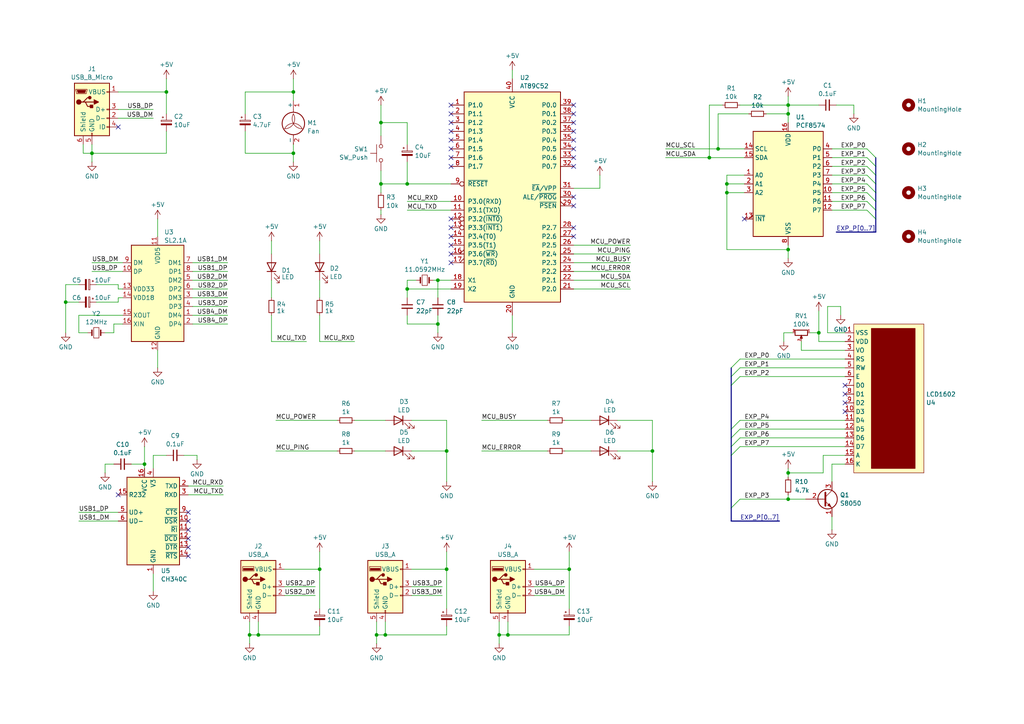
<source format=kicad_sch>
(kicad_sch (version 20231120) (generator "eeschema") (generator_version "8.0")
  (paper "A4")
  (junction (at 26.67 44.45))
  (junction (at 228.6 137.16))
  (junction (at 118.11 53.34))
  (junction (at 147.32 184.15))
  (junction (at 210.82 53.34))
  (junction (at 144.78 184.15))
  (junction (at 41.91 134.62))
  (junction (at 228.6 33.02))
  (junction (at 127 81.28))
  (junction (at 129.54 165.1))
  (junction (at 228.6 72.39))
  (junction (at 19.05 87.63))
  (junction (at 92.71 165.1))
  (junction (at 129.54 130.81))
  (junction (at 85.09 44.45))
  (junction (at 74.93 184.15))
  (junction (at 165.1 165.1))
  (junction (at 205.74 45.72))
  (junction (at 127 93.98))
  (junction (at 118.11 83.82))
  (junction (at 110.49 53.34))
  (junction (at 109.22 184.15))
  (junction (at 110.49 35.56))
  (junction (at 237.49 96.52))
  (junction (at 85.09 26.67))
  (junction (at 208.28 43.18))
  (junction (at 210.82 55.88))
  (junction (at 111.76 184.15))
  (junction (at 228.6 30.48))
  (junction (at 189.23 130.81))
  (junction (at 72.39 184.15))
  (junction (at 228.6 144.78))
  (junction (at 48.26 26.67))
  (no_connect (at 34.29 36.83))
  (no_connect (at 166.37 43.18))
  (no_connect (at 130.81 33.02))
  (no_connect (at 130.81 68.58))
  (no_connect (at 54.61 156.21))
  (no_connect (at 166.37 59.69))
  (no_connect (at 54.61 148.59))
  (no_connect (at 166.37 30.48))
  (no_connect (at 130.81 43.18))
  (no_connect (at 245.11 111.76))
  (no_connect (at 130.81 45.72))
  (no_connect (at 245.11 114.3))
  (no_connect (at 130.81 63.5))
  (no_connect (at 166.37 48.26))
  (no_connect (at 166.37 66.04))
  (no_connect (at 166.37 33.02))
  (no_connect (at 130.81 66.04))
  (no_connect (at 130.81 76.2))
  (no_connect (at 166.37 57.15))
  (no_connect (at 130.81 73.66))
  (no_connect (at 34.29 143.51))
  (no_connect (at 166.37 35.56))
  (no_connect (at 130.81 40.64))
  (no_connect (at 245.11 119.38))
  (no_connect (at 130.81 48.26))
  (no_connect (at 215.9 63.5))
  (no_connect (at 54.61 151.13))
  (no_connect (at 245.11 116.84))
  (no_connect (at 54.61 153.67))
  (no_connect (at 130.81 38.1))
  (no_connect (at 166.37 68.58))
  (no_connect (at 130.81 30.48))
  (no_connect (at 54.61 158.75))
  (no_connect (at 54.61 161.29))
  (no_connect (at 166.37 40.64))
  (no_connect (at 166.37 45.72))
  (no_connect (at 130.81 35.56))
  (no_connect (at 130.81 71.12))
  (no_connect (at 166.37 38.1))
  (bus_entry (at 214.63 106.68) (size -2.54 2.54))
  (bus_entry (at 251.46 48.26) (size 2.54 2.54))
  (bus_entry (at 251.46 60.96) (size 2.54 2.54))
  (bus_entry (at 214.63 104.14) (size -2.54 2.54))
  (bus_entry (at 251.46 58.42) (size 2.54 2.54))
  (bus_entry (at 214.63 109.22) (size -2.54 2.54))
  (bus_entry (at 214.63 127) (size -2.54 2.54))
  (bus_entry (at 214.63 124.46) (size -2.54 2.54))
  (bus_entry (at 214.63 144.78) (size -2.54 2.54))
  (bus_entry (at 251.46 45.72) (size 2.54 2.54))
  (bus_entry (at 251.46 53.34) (size 2.54 2.54))
  (bus_entry (at 214.63 121.92) (size -2.54 2.54))
  (bus_entry (at 251.46 50.8) (size 2.54 2.54))
  (bus_entry (at 251.46 43.18) (size 2.54 2.54))
  (bus_entry (at 251.46 55.88) (size 2.54 2.54))
  (bus_entry (at 214.63 129.54) (size -2.54 2.54))
  (wire (pts (xy 179.07 130.81) (xy 189.23 130.81)))
  (wire (pts (xy 26.67 78.74) (xy 35.56 78.74)))
  (wire (pts (xy 57.15 132.08) (xy 57.15 133.35)))
  (wire (pts (xy 118.11 35.56) (xy 118.11 41.91)))
  (bus (pts (xy 254 53.34) (xy 254 55.88)))
  (wire (pts (xy 234.95 96.52) (xy 237.49 96.52)))
  (wire (pts (xy 166.37 78.74) (xy 182.88 78.74)))
  (wire (pts (xy 92.71 81.28) (xy 92.71 86.36)))
  (bus (pts (xy 212.09 124.46) (xy 212.09 127)))
  (wire (pts (xy 71.12 26.67) (xy 85.09 26.67)))
  (wire (pts (xy 110.49 49.53) (xy 110.49 53.34)))
  (wire (pts (xy 166.37 71.12) (xy 182.88 71.12)))
  (wire (pts (xy 33.02 93.98) (xy 35.56 93.98)))
  (wire (pts (xy 238.76 137.16) (xy 228.6 137.16)))
  (bus (pts (xy 212.09 147.32) (xy 212.09 151.13)))
  (wire (pts (xy 78.74 81.28) (xy 78.74 86.36)))
  (bus (pts (xy 212.09 129.54) (xy 212.09 132.08)))
  (wire (pts (xy 147.32 184.15) (xy 165.1 184.15)))
  (wire (pts (xy 139.7 121.92) (xy 158.75 121.92)))
  (wire (pts (xy 238.76 132.08) (xy 245.11 132.08)))
  (wire (pts (xy 139.7 130.81) (xy 158.75 130.81)))
  (wire (pts (xy 55.88 86.36) (xy 66.04 86.36)))
  (wire (pts (xy 129.54 181.61) (xy 129.54 184.15)))
  (wire (pts (xy 55.88 83.82) (xy 66.04 83.82)))
  (wire (pts (xy 173.99 50.8) (xy 173.99 54.61)))
  (wire (pts (xy 214.63 124.46) (xy 245.11 124.46)))
  (wire (pts (xy 118.11 83.82) (xy 118.11 86.36)))
  (wire (pts (xy 240.03 96.52) (xy 240.03 88.9)))
  (wire (pts (xy 118.11 81.28) (xy 118.11 83.82)))
  (wire (pts (xy 111.76 184.15) (xy 129.54 184.15)))
  (wire (pts (xy 214.63 104.14) (xy 245.11 104.14)))
  (wire (pts (xy 71.12 38.1) (xy 71.12 44.45)))
  (wire (pts (xy 92.71 165.1) (xy 92.71 176.53)))
  (wire (pts (xy 179.07 121.92) (xy 189.23 121.92)))
  (wire (pts (xy 78.74 69.85) (xy 78.74 73.66)))
  (bus (pts (xy 254 48.26) (xy 254 50.8)))
  (wire (pts (xy 44.45 166.37) (xy 44.45 171.45)))
  (wire (pts (xy 163.83 121.92) (xy 171.45 121.92)))
  (wire (pts (xy 228.6 30.48) (xy 237.49 30.48)))
  (wire (pts (xy 85.09 44.45) (xy 85.09 46.99)))
  (wire (pts (xy 228.6 137.16) (xy 228.6 138.43)))
  (bus (pts (xy 212.09 106.68) (xy 212.09 109.22)))
  (wire (pts (xy 127 93.98) (xy 127 91.44)))
  (wire (pts (xy 48.26 26.67) (xy 48.26 33.02)))
  (bus (pts (xy 212.09 109.22) (xy 212.09 111.76)))
  (wire (pts (xy 228.6 30.48) (xy 228.6 33.02)))
  (bus (pts (xy 254 50.8) (xy 254 53.34)))
  (wire (pts (xy 80.01 130.81) (xy 97.79 130.81)))
  (wire (pts (xy 55.88 76.2) (xy 66.04 76.2)))
  (wire (pts (xy 22.86 96.52) (xy 22.86 91.44)))
  (wire (pts (xy 119.38 165.1) (xy 129.54 165.1)))
  (wire (pts (xy 237.49 96.52) (xy 237.49 99.06)))
  (wire (pts (xy 129.54 121.92) (xy 129.54 130.81)))
  (wire (pts (xy 210.82 55.88) (xy 210.82 72.39)))
  (wire (pts (xy 154.94 172.72) (xy 163.83 172.72)))
  (wire (pts (xy 44.45 132.08) (xy 48.26 132.08)))
  (wire (pts (xy 44.45 135.89) (xy 44.45 132.08)))
  (wire (pts (xy 54.61 143.51) (xy 64.77 143.51)))
  (wire (pts (xy 33.02 96.52) (xy 33.02 93.98)))
  (wire (pts (xy 55.88 88.9) (xy 66.04 88.9)))
  (wire (pts (xy 241.3 149.86) (xy 241.3 153.67)))
  (wire (pts (xy 24.13 44.45) (xy 26.67 44.45)))
  (wire (pts (xy 82.55 165.1) (xy 92.71 165.1)))
  (bus (pts (xy 212.09 132.08) (xy 212.09 147.32)))
  (wire (pts (xy 210.82 55.88) (xy 215.9 55.88)))
  (wire (pts (xy 110.49 35.56) (xy 110.49 39.37)))
  (wire (pts (xy 166.37 54.61) (xy 173.99 54.61)))
  (wire (pts (xy 74.93 180.34) (xy 74.93 184.15)))
  (wire (pts (xy 214.63 129.54) (xy 245.11 129.54)))
  (wire (pts (xy 214.63 127) (xy 245.11 127)))
  (wire (pts (xy 85.09 44.45) (xy 71.12 44.45)))
  (wire (pts (xy 110.49 53.34) (xy 118.11 53.34)))
  (wire (pts (xy 92.71 91.44) (xy 92.71 99.06)))
  (wire (pts (xy 228.6 27.94) (xy 228.6 30.48)))
  (wire (pts (xy 119.38 172.72) (xy 128.27 172.72)))
  (wire (pts (xy 227.33 96.52) (xy 227.33 99.06)))
  (wire (pts (xy 205.74 45.72) (xy 215.9 45.72)))
  (wire (pts (xy 144.78 184.15) (xy 144.78 186.69)))
  (wire (pts (xy 147.32 180.34) (xy 147.32 184.15)))
  (wire (pts (xy 241.3 45.72) (xy 251.46 45.72)))
  (wire (pts (xy 166.37 81.28) (xy 182.88 81.28)))
  (wire (pts (xy 127 81.28) (xy 130.81 81.28)))
  (wire (pts (xy 24.13 41.91) (xy 24.13 44.45)))
  (wire (pts (xy 118.11 91.44) (xy 118.11 93.98)))
  (wire (pts (xy 102.87 130.81) (xy 111.76 130.81)))
  (bus (pts (xy 254 58.42) (xy 254 60.96)))
  (wire (pts (xy 210.82 53.34) (xy 210.82 55.88)))
  (wire (pts (xy 22.86 82.55) (xy 19.05 82.55)))
  (wire (pts (xy 34.29 86.36) (xy 35.56 86.36)))
  (wire (pts (xy 241.3 50.8) (xy 251.46 50.8)))
  (wire (pts (xy 34.29 34.29) (xy 44.45 34.29)))
  (bus (pts (xy 254 63.5) (xy 254 67.31)))
  (wire (pts (xy 26.67 76.2) (xy 35.56 76.2)))
  (wire (pts (xy 25.4 96.52) (xy 22.86 96.52)))
  (wire (pts (xy 240.03 96.52) (xy 245.11 96.52)))
  (wire (pts (xy 144.78 184.15) (xy 147.32 184.15)))
  (wire (pts (xy 55.88 81.28) (xy 66.04 81.28)))
  (wire (pts (xy 241.3 55.88) (xy 251.46 55.88)))
  (wire (pts (xy 127 93.98) (xy 127 96.52)))
  (wire (pts (xy 85.09 22.86) (xy 85.09 26.67)))
  (wire (pts (xy 53.34 132.08) (xy 57.15 132.08)))
  (wire (pts (xy 163.83 130.81) (xy 171.45 130.81)))
  (wire (pts (xy 130.81 53.34) (xy 118.11 53.34)))
  (wire (pts (xy 166.37 73.66) (xy 182.88 73.66)))
  (bus (pts (xy 212.09 111.76) (xy 212.09 124.46)))
  (wire (pts (xy 41.91 129.54) (xy 41.91 134.62)))
  (wire (pts (xy 242.57 30.48) (xy 247.65 30.48)))
  (wire (pts (xy 229.87 96.52) (xy 227.33 96.52)))
  (wire (pts (xy 241.3 43.18) (xy 251.46 43.18)))
  (wire (pts (xy 85.09 41.91) (xy 85.09 44.45)))
  (wire (pts (xy 154.94 165.1) (xy 165.1 165.1)))
  (wire (pts (xy 241.3 60.96) (xy 251.46 60.96)))
  (wire (pts (xy 129.54 160.02) (xy 129.54 165.1)))
  (wire (pts (xy 92.71 69.85) (xy 92.71 73.66)))
  (wire (pts (xy 247.65 30.48) (xy 247.65 33.02)))
  (wire (pts (xy 208.28 33.02) (xy 208.28 43.18)))
  (wire (pts (xy 118.11 60.96) (xy 130.81 60.96)))
  (wire (pts (xy 110.49 35.56) (xy 118.11 35.56)))
  (wire (pts (xy 118.11 46.99) (xy 118.11 53.34)))
  (wire (pts (xy 45.72 63.5) (xy 45.72 68.58)))
  (wire (pts (xy 74.93 184.15) (xy 92.71 184.15)))
  (wire (pts (xy 148.59 91.44) (xy 148.59 96.52)))
  (wire (pts (xy 154.94 170.18) (xy 163.83 170.18)))
  (wire (pts (xy 165.1 181.61) (xy 165.1 184.15)))
  (wire (pts (xy 210.82 72.39) (xy 228.6 72.39)))
  (wire (pts (xy 110.49 60.96) (xy 110.49 62.23)))
  (wire (pts (xy 27.94 87.63) (xy 34.29 87.63)))
  (wire (pts (xy 119.38 170.18) (xy 128.27 170.18)))
  (wire (pts (xy 214.63 121.92) (xy 245.11 121.92)))
  (wire (pts (xy 245.11 99.06) (xy 237.49 99.06)))
  (wire (pts (xy 166.37 76.2) (xy 182.88 76.2)))
  (wire (pts (xy 54.61 140.97) (xy 64.77 140.97)))
  (wire (pts (xy 34.29 87.63) (xy 34.29 86.36)))
  (wire (pts (xy 48.26 38.1) (xy 48.26 44.45)))
  (wire (pts (xy 34.29 83.82) (xy 35.56 83.82)))
  (bus (pts (xy 212.09 127) (xy 212.09 129.54)))
  (wire (pts (xy 228.6 33.02) (xy 228.6 35.56)))
  (wire (pts (xy 30.48 134.62) (xy 30.48 137.16)))
  (wire (pts (xy 30.48 96.52) (xy 33.02 96.52)))
  (wire (pts (xy 241.3 53.34) (xy 251.46 53.34)))
  (wire (pts (xy 210.82 50.8) (xy 210.82 53.34)))
  (wire (pts (xy 26.67 41.91) (xy 26.67 44.45)))
  (wire (pts (xy 214.63 109.22) (xy 245.11 109.22)))
  (wire (pts (xy 118.11 81.28) (xy 120.65 81.28)))
  (wire (pts (xy 118.11 93.98) (xy 127 93.98)))
  (wire (pts (xy 48.26 22.86) (xy 48.26 26.67)))
  (wire (pts (xy 240.03 88.9) (xy 243.84 88.9)))
  (wire (pts (xy 228.6 71.12) (xy 228.6 72.39)))
  (wire (pts (xy 41.91 135.89) (xy 41.91 134.62)))
  (wire (pts (xy 72.39 184.15) (xy 72.39 186.69)))
  (wire (pts (xy 34.29 31.75) (xy 44.45 31.75)))
  (wire (pts (xy 80.01 121.92) (xy 97.79 121.92)))
  (wire (pts (xy 129.54 130.81) (xy 129.54 139.7)))
  (wire (pts (xy 19.05 87.63) (xy 22.86 87.63)))
  (wire (pts (xy 208.28 43.18) (xy 215.9 43.18)))
  (wire (pts (xy 22.86 148.59) (xy 34.29 148.59)))
  (wire (pts (xy 55.88 91.44) (xy 66.04 91.44)))
  (wire (pts (xy 92.71 99.06) (xy 102.87 99.06)))
  (wire (pts (xy 228.6 144.78) (xy 233.68 144.78)))
  (wire (pts (xy 92.71 160.02) (xy 92.71 165.1)))
  (wire (pts (xy 92.71 181.61) (xy 92.71 184.15)))
  (wire (pts (xy 110.49 53.34) (xy 110.49 55.88)))
  (wire (pts (xy 82.55 172.72) (xy 91.44 172.72)))
  (wire (pts (xy 189.23 121.92) (xy 189.23 130.81)))
  (wire (pts (xy 238.76 137.16) (xy 238.76 132.08)))
  (wire (pts (xy 26.67 44.45) (xy 26.67 46.99)))
  (wire (pts (xy 111.76 180.34) (xy 111.76 184.15)))
  (wire (pts (xy 22.86 151.13) (xy 34.29 151.13)))
  (wire (pts (xy 144.78 180.34) (xy 144.78 184.15)))
  (wire (pts (xy 118.11 58.42) (xy 130.81 58.42)))
  (wire (pts (xy 55.88 78.74) (xy 66.04 78.74)))
  (wire (pts (xy 38.1 134.62) (xy 41.91 134.62)))
  (wire (pts (xy 55.88 93.98) (xy 66.04 93.98)))
  (wire (pts (xy 241.3 48.26) (xy 251.46 48.26)))
  (wire (pts (xy 193.04 43.18) (xy 208.28 43.18)))
  (wire (pts (xy 129.54 165.1) (xy 129.54 176.53)))
  (wire (pts (xy 34.29 82.55) (xy 34.29 83.82)))
  (wire (pts (xy 33.02 134.62) (xy 30.48 134.62)))
  (wire (pts (xy 127 81.28) (xy 127 86.36)))
  (wire (pts (xy 232.41 101.6) (xy 245.11 101.6)))
  (wire (pts (xy 72.39 184.15) (xy 74.93 184.15)))
  (wire (pts (xy 22.86 91.44) (xy 35.56 91.44)))
  (wire (pts (xy 165.1 165.1) (xy 165.1 176.53)))
  (wire (pts (xy 228.6 137.16) (xy 228.6 135.89)))
  (wire (pts (xy 214.63 106.68) (xy 245.11 106.68)))
  (wire (pts (xy 189.23 130.81) (xy 189.23 139.7)))
  (wire (pts (xy 82.55 170.18) (xy 91.44 170.18)))
  (wire (pts (xy 241.3 134.62) (xy 241.3 139.7)))
  (wire (pts (xy 241.3 58.42) (xy 251.46 58.42)))
  (wire (pts (xy 241.3 134.62) (xy 245.11 134.62)))
  (wire (pts (xy 165.1 160.02) (xy 165.1 165.1)))
  (wire (pts (xy 228.6 143.51) (xy 228.6 144.78)))
  (wire (pts (xy 222.25 33.02) (xy 228.6 33.02)))
  (wire (pts (xy 205.74 30.48) (xy 209.55 30.48)))
  (wire (pts (xy 228.6 72.39) (xy 228.6 74.93)))
  (wire (pts (xy 110.49 30.48) (xy 110.49 35.56)))
  (wire (pts (xy 232.41 99.06) (xy 232.41 101.6)))
  (wire (pts (xy 85.09 26.67) (xy 85.09 29.21)))
  (wire (pts (xy 148.59 20.32) (xy 148.59 22.86)))
  (wire (pts (xy 215.9 50.8) (xy 210.82 50.8)))
  (wire (pts (xy 193.04 45.72) (xy 205.74 45.72)))
  (wire (pts (xy 19.05 82.55) (xy 19.05 87.63)))
  (wire (pts (xy 34.29 26.67) (xy 48.26 26.67)))
  (wire (pts (xy 78.74 99.06) (xy 78.74 91.44)))
  (wire (pts (xy 102.87 121.92) (xy 111.76 121.92)))
  (wire (pts (xy 109.22 180.34) (xy 109.22 184.15)))
  (wire (pts (xy 243.84 88.9) (xy 243.84 91.44)))
  (wire (pts (xy 210.82 53.34) (xy 215.9 53.34)))
  (wire (pts (xy 109.22 184.15) (xy 109.22 186.69)))
  (wire (pts (xy 208.28 33.02) (xy 217.17 33.02)))
  (wire (pts (xy 48.26 44.45) (xy 26.67 44.45)))
  (bus (pts (xy 242.57 67.31) (xy 254 67.31)))
  (wire (pts (xy 214.63 144.78) (xy 228.6 144.78)))
  (wire (pts (xy 119.38 121.92) (xy 129.54 121.92)))
  (wire (pts (xy 19.05 87.63) (xy 19.05 96.52)))
  (bus (pts (xy 212.09 151.13) (xy 226.06 151.13)))
  (wire (pts (xy 78.74 99.06) (xy 88.9 99.06)))
  (wire (pts (xy 118.11 83.82) (xy 130.81 83.82)))
  (wire (pts (xy 27.94 82.55) (xy 34.29 82.55)))
  (wire (pts (xy 109.22 184.15) (xy 111.76 184.15)))
  (wire (pts (xy 205.74 30.48) (xy 205.74 45.72)))
  (wire (pts (xy 125.73 81.28) (xy 127 81.28)))
  (wire (pts (xy 71.12 26.67) (xy 71.12 33.02)))
  (bus (pts (xy 254 55.88) (xy 254 58.42)))
  (wire (pts (xy 72.39 180.34) (xy 72.39 184.15)))
  (wire (pts (xy 45.72 101.6) (xy 45.72 106.68)))
  (wire (pts (xy 214.63 30.48) (xy 228.6 30.48)))
  (wire (pts (xy 119.38 130.81) (xy 129.54 130.81)))
  (bus (pts (xy 254 60.96) (xy 254 63.5)))
  (wire (pts (xy 166.37 83.82) (xy 182.88 83.82)))
  (bus (pts (xy 254 45.72) (xy 254 48.26)))
  (wire (pts (xy 237.49 90.17) (xy 237.49 96.52)))
  (label "EXP_P2" (at 243.84 48.26 0))
  (label "EXP_P1" (at 215.9 106.68 0))
  (label "MCU_ERROR" (at 139.7 130.81 0))
  (label "USB2_DP" (at 91.44 170.18 180))
  (label "EXP_P0" (at 243.84 43.18 0))
  (label "USB4_DM" (at 163.83 172.72 180))
  (label "MCU_PING" (at 182.88 73.66 180))
  (label "MCU_BUSY" (at 139.7 121.92 0))
  (label "MCU_TXD" (at 88.9 99.06 180))
  (label "USB4_DP" (at 66.04 93.98 180))
  (label "EXP_P2" (at 215.9 109.22 0))
  (label "MCU_RXD" (at 64.77 140.97 180))
  (label "EXP_P0" (at 215.9 104.14 0))
  (label "USB3_DP" (at 128.27 170.18 180))
  (label "MCU_SDA" (at 193.04 45.72 0))
  (label "EXP_P7" (at 243.84 60.96 0))
  (label "USB4_DM" (at 66.04 91.44 180))
  (label "EXP_P5" (at 243.84 55.88 0))
  (label "EXP_P3" (at 243.84 50.8 0))
  (label "USB_DP" (at 44.45 31.75 180))
  (label "MCU_SCL" (at 182.88 83.82 180))
  (label "MCU_RXD" (at 118.11 58.42 0))
  (label "EXP_P[0..7]" (at 242.57 67.31 0))
  (label "EXP_P5" (at 215.9 124.46 0))
  (label "EXP_P4" (at 215.9 121.92 0))
  (label "MCU_TXD" (at 118.11 60.96 0))
  (label "MCU_BUSY" (at 182.88 76.2 180))
  (label "MCU_TXD" (at 64.77 143.51 180))
  (label "MCU_ERROR" (at 182.88 78.74 180))
  (label "USB_DP" (at 26.67 78.74 0))
  (label "EXP_P7" (at 215.9 129.54 0))
  (label "USB2_DM" (at 91.44 172.72 180))
  (label "USB_DM" (at 44.45 34.29 180))
  (label "USB1_DM" (at 66.04 76.2 180))
  (label "MCU_SDA" (at 182.88 81.28 180))
  (label "EXP_P[0..7]" (at 226.06 151.13 180))
  (label "MCU_SCL" (at 193.04 43.18 0))
  (label "MCU_RXD" (at 102.87 99.06 180))
  (label "EXP_P3" (at 215.9 144.78 0))
  (label "MCU_PING" (at 80.01 130.81 0))
  (label "MCU_POWER" (at 80.01 121.92 0))
  (label "USB1_DP" (at 22.86 148.59 0))
  (label "USB3_DM" (at 66.04 86.36 180))
  (label "USB3_DM" (at 128.27 172.72 180))
  (label "USB2_DM" (at 66.04 81.28 180))
  (label "USB_DM" (at 26.67 76.2 0))
  (label "EXP_P4" (at 243.84 53.34 0))
  (label "USB4_DP" (at 163.83 170.18 180))
  (label "EXP_P6" (at 215.9 127 0))
  (label "USB1_DM" (at 22.86 151.13 0))
  (label "USB1_DP" (at 66.04 78.74 180))
  (label "USB3_DP" (at 66.04 88.9 180))
  (label "EXP_P6" (at 243.84 58.42 0))
  (label "MCU_POWER" (at 182.88 71.12 180))
  (label "EXP_P1" (at 243.84 45.72 0))
  (label "USB2_DP" (at 66.04 83.82 180))
  (symbol (lib_id "Device:C_Polarized_Small") (at 71.12 35.56 0) (unit 1)
    (property "Reference" "C3" (at 73.279 33.8018 0) (effects (justify left)))
    (property "Value" "4.7uF" (at 73.279 36.226 0) (effects (justify left)))
    (property "Footprint" "Capacitor_THT:CP_Radial_D5.0mm_P2.50mm" (effects (hide yes)))
    (property "Description" "Polarized capacitor, small symbol" (effects (hide yes)))
  )
  (symbol (lib_id "Device:LED") (at 175.26 130.81 0) (mirror y) (unit 1)
    (property "Reference" "D6" (at 176.8475 125.3957 0))
    (property "Value" "LED" (at 176.8475 127.8199 0))
    (property "Footprint" "LED_THT:LED_D3.0mm" (effects (hide yes)))
    (property "Description" "Light emitting diode" (effects (hide yes)))
  )
  (symbol (lib_id "power:GND") (at 26.67 46.99 0) (unit 1)
    (property "Reference" "#PWR07" (effects (hide yes)))
    (property "Value" "GND" (at 26.67 51.1231 0))
    (property "Description" "Power symbol creates a global label with name \"GND\" , ground" (effects (hide yes)))
  )
  (symbol (lib_id "power:+5V") (at 41.91 129.54 0) (unit 1)
    (property "Reference" "#PWR022" (effects (hide yes)))
    (property "Value" "+5V" (at 41.91 125.4069 0))
    (property "Description" "Power symbol creates a global label with name \"+5V\"" (effects (hide yes)))
  )
  (symbol (lib_id "power:GND") (at 44.45 171.45 0) (unit 1)
    (property "Reference" "#PWR032" (effects (hide yes)))
    (property "Value" "GND" (at 44.45 175.5831 0))
    (property "Description" "Power symbol creates a global label with name \"GND\" , ground" (effects (hide yes)))
  )
  (symbol (lib_id "Device:C_Small") (at 240.03 30.48 90) (unit 1)
    (property "Reference" "C1" (at 240.0363 24.7736 90))
    (property "Value" "0.1uF" (at 240.0363 27.1978 90))
    (property "Footprint" "Capacitor_THT:C_Disc_D3.0mm_W2.0mm_P2.50mm" (effects (hide yes)))
    (property "Description" "Unpolarized capacitor, small symbol" (effects (hide yes)))
  )
  (symbol (lib_id "power:+5V") (at 48.26 22.86 0) (unit 1)
    (property "Reference" "#PWR02" (effects (hide yes)))
    (property "Value" "+5V" (at 48.26 18.7269 0))
    (property "Description" "Power symbol creates a global label with name \"+5V\"" (effects (hide yes)))
  )
  (symbol (lib_id "power:GND") (at 127 96.52 0) (unit 1)
    (property "Reference" "#PWR018" (effects (hide yes)))
    (property "Value" "GND" (at 127 100.6531 0))
    (property "Description" "Power symbol creates a global label with name \"GND\" , ground" (effects (hide yes)))
  )
  (symbol (lib_id "Device:C_Polarized_Small") (at 118.11 44.45 0) (unit 1)
    (property "Reference" "C4" (at 120.269 42.6918 0) (effects (justify left)))
    (property "Value" "10uF" (at 120.269 45.116 0) (effects (justify left)))
    (property "Footprint" "Capacitor_THT:CP_Radial_D5.0mm_P2.50mm" (effects (hide yes)))
    (property "Description" "Polarized capacitor, small symbol" (effects (hide yes)))
  )
  (symbol (lib_id "Connector:USB_B_Micro") (at 26.67 31.75 0) (unit 1)
    (property "Reference" "J1" (at 26.67 19.9857 0))
    (property "Value" "USB_B_Micro" (at 26.67 22.4099 0))
    (property "Footprint" "Connector_USB:USB_Micro-B_Molex-105017-0001" (effects (hide yes)))
    (property "Description" "USB Micro Type B connector" (effects (hide yes)))
  )
  (symbol (lib_id "OpenStation:SL2.1A") (at 45.72 85.09 0) (unit 1)
    (property "Reference" "U3" (at 47.625 67.31 0) (effects (justify left)))
    (property "Value" "SL2.1A" (at 47.625 69.7342 0) (effects (justify left)))
    (property "Footprint" "Package_SO:SOIC-16_3.9x9.9mm_P1.27mm" (effects (hide yes)))
    (property "Datasheet" "https://cdn-shop.adafruit.com/product-files/2991/1811151645_CoreChips-SL2-1A_C192893.pdf" (effects (hide yes)))
  )
  (symbol (lib_id "Mechanical:MountingHole") (at 263.525 43.18 0) (unit 1)
    (property "Reference" "H2" (at 266.065 41.9679 0) (effects (justify left)))
    (property "Value" "MountingHole" (at 266.065 44.3921 0) (effects (justify left)))
    (property "Footprint" "MountingHole:MountingHole_3.2mm_M3" (effects (hide yes)))
    (property "Description" "Mounting Hole without connection" (effects (hide yes)))
  )
  (symbol (lib_id "power:GND") (at 129.54 139.7 0) (unit 1)
    (property "Reference" "#PWR026" (effects (hide yes)))
    (property "Value" "GND" (at 129.54 143.8331 0))
    (property "Description" "Power symbol creates a global label with name \"GND\" , ground" (effects (hide yes)))
  )
  (symbol (lib_id "power:GND") (at 227.33 99.06 0) (unit 1)
    (property "Reference" "#PWR020" (effects (hide yes)))
    (property "Value" "GND" (at 227.33 103.1931 0))
    (property "Description" "Power symbol creates a global label with name \"GND\" , ground" (effects (hide yes)))
  )
  (symbol (lib_id "power:+5V") (at 228.6 27.94 0) (unit 1)
    (property "Reference" "#PWR04" (effects (hide yes)))
    (property "Value" "+5V" (at 228.6 23.8069 0))
    (property "Description" "Power symbol creates a global label with name \"+5V\"" (effects (hide yes)))
  )
  (symbol (lib_id "Device:R_Small") (at 161.29 130.81 270) (mirror x) (unit 1)
    (property "Reference" "R9" (at 161.29 125.9291 90))
    (property "Value" "1k" (at 161.29 128.3533 90))
    (property "Footprint" "Resistor_THT:R_Axial_DIN0204_L3.6mm_D1.6mm_P7.62mm_Horizontal" (effects (hide yes)))
    (property "Description" "Resistor, small symbol" (effects (hide yes)))
  )
  (symbol (lib_id "power:+5V") (at 173.99 50.8 0) (unit 1)
    (property "Reference" "#PWR09" (effects (hide yes)))
    (property "Value" "+5V" (at 173.99 46.6669 0))
    (property "Description" "Power symbol creates a global label with name \"+5V\"" (effects (hide yes)))
  )
  (symbol (lib_id "Mechanical:MountingHole") (at 263.525 68.58 0) (unit 1)
    (property "Reference" "H4" (at 266.065 67.3679 0) (effects (justify left)))
    (property "Value" "MountingHole" (at 266.065 69.7921 0) (effects (justify left)))
    (property "Footprint" "MountingHole:MountingHole_3.2mm_M3" (effects (hide yes)))
    (property "Description" "Mounting Hole without connection" (effects (hide yes)))
  )
  (symbol (lib_id "Device:R_Small") (at 161.29 121.92 270) (mirror x) (unit 1)
    (property "Reference" "R7" (at 161.29 117.0391 90))
    (property "Value" "1k" (at 161.29 119.4633 90))
    (property "Footprint" "Resistor_THT:R_Axial_DIN0204_L3.6mm_D1.6mm_P7.62mm_Horizontal" (effects (hide yes)))
    (property "Description" "Resistor, small symbol" (effects (hide yes)))
  )
  (symbol (lib_id "power:GND") (at 85.09 46.99 0) (unit 1)
    (property "Reference" "#PWR08" (effects (hide yes)))
    (property "Value" "GND" (at 85.09 51.1231 0))
    (property "Description" "Power symbol creates a global label with name \"GND\" , ground" (effects (hide yes)))
  )
  (symbol (lib_id "power:GND") (at 189.23 139.7 0) (unit 1)
    (property "Reference" "#PWR027" (effects (hide yes)))
    (property "Value" "GND" (at 189.23 143.8331 0))
    (property "Description" "Power symbol creates a global label with name \"GND\" , ground" (effects (hide yes)))
  )
  (symbol (lib_id "power:GND") (at 241.3 153.67 0) (unit 1)
    (property "Reference" "#PWR028" (effects (hide yes)))
    (property "Value" "GND" (at 241.3 157.8031 0))
    (property "Description" "Power symbol creates a global label with name \"GND\" , ground" (effects (hide yes)))
  )
  (symbol (lib_id "Device:R_Small") (at 78.74 88.9 0) (unit 1)
    (property "Reference" "R4" (at 80.2386 88.2563 0) (effects (justify left)))
    (property "Value" "1k" (at 80.2386 90.1773 0) (effects (justify left)))
    (property "Footprint" "Resistor_THT:R_Axial_DIN0204_L3.6mm_D1.6mm_P7.62mm_Horizontal" (effects (hide yes)))
    (property "Description" "Resistor, small symbol" (effects (hide yes)))
  )
  (symbol (lib_id "Mechanical:MountingHole") (at 263.525 30.48 0) (unit 1)
    (property "Reference" "H1" (at 266.065 29.2679 0) (effects (justify left)))
    (property "Value" "MountingHole" (at 266.065 31.6921 0) (effects (justify left)))
    (property "Footprint" "MountingHole:MountingHole_3.2mm_M3" (effects (hide yes)))
    (property "Description" "Mounting Hole without connection" (effects (hide yes)))
  )
  (symbol (lib_id "Device:R_Potentiometer_Small") (at 232.41 96.52 270) (unit 1)
    (property "Reference" "RV1" (at 232.41 91.6137 90))
    (property "Value" "100k" (at 232.41 94.0379 90))
    (property "Footprint" "Potentiometer_THT:Potentiometer_Bourns_3296W_Vertical" (effects (hide yes)))
    (property "Description" "Potentiometer" (effects (hide yes)))
  )
  (symbol (lib_id "power:+5V") (at 110.49 30.48 0) (unit 1)
    (property "Reference" "#PWR05" (effects (hide yes)))
    (property "Value" "+5V" (at 110.49 26.3469 0))
    (property "Description" "Power symbol creates a global label with name \"+5V\"" (effects (hide yes)))
  )
  (symbol (lib_id "Device:C_Polarized_Small") (at 165.1 179.07 0) (unit 1)
    (property "Reference" "C13" (at 167.259 177.3118 0) (effects (justify left)))
    (property "Value" "10uF" (at 167.259 179.736 0) (effects (justify left)))
    (property "Footprint" "Capacitor_THT:CP_Radial_D5.0mm_P2.50mm" (effects (hide yes)))
    (property "Description" "Polarized capacitor, small symbol" (effects (hide yes)))
  )
  (symbol (lib_id "power:+5V") (at 165.1 160.02 0) (unit 1)
    (property "Reference" "#PWR031" (effects (hide yes)))
    (property "Value" "+5V" (at 165.1 155.8869 0))
    (property "Description" "Power symbol creates a global label with name \"+5V\"" (effects (hide yes)))
  )
  (symbol (lib_id "Device:R_Small") (at 100.33 130.81 270) (mirror x) (unit 1)
    (property "Reference" "R8" (at 100.33 125.9291 90))
    (property "Value" "1k" (at 100.33 128.3533 90))
    (property "Footprint" "Resistor_THT:R_Axial_DIN0204_L3.6mm_D1.6mm_P7.62mm_Horizontal" (effects (hide yes)))
    (property "Description" "Resistor, small symbol" (effects (hide yes)))
  )
  (symbol (lib_id "power:+5V") (at 129.54 160.02 0) (unit 1)
    (property "Reference" "#PWR030" (effects (hide yes)))
    (property "Value" "+5V" (at 129.54 155.8869 0))
    (property "Description" "Power symbol creates a global label with name \"+5V\"" (effects (hide yes)))
  )
  (symbol (lib_id "Device:LED") (at 92.71 77.47 90) (unit 1)
    (property "Reference" "D2" (at 95.631 77.8454 90) (effects (justify right)))
    (property "Value" "LED" (at 95.631 80.2696 90) (effects (justify right)))
    (property "Footprint" "LED_THT:LED_D3.0mm" (effects (hide yes)))
    (property "Description" "Light emitting diode" (effects (hide yes)))
  )
  (symbol (lib_id "Motor:Fan") (at 85.09 36.83 0) (unit 1)
    (property "Reference" "M1" (at 89.1032 35.6179 0) (effects (justify left)))
    (property "Value" "Fan" (at 89.1032 38.0421 0) (effects (justify left)))
    (property "Footprint" "OpenStation:Fan_30x30mm" (effects (hide yes)))
    (property "Description" "Fan" (effects (hide yes)))
  )
  (symbol (lib_id "Device:LED") (at 175.26 121.92 0) (mirror y) (unit 1)
    (property "Reference" "D4" (at 176.8475 116.5057 0))
    (property "Value" "LED" (at 176.8475 118.9299 0))
    (property "Footprint" "LED_THT:LED_D3.0mm" (effects (hide yes)))
    (property "Description" "Light emitting diode" (effects (hide yes)))
  )
  (symbol (lib_id "power:GND") (at 30.48 137.16 0) (unit 1)
    (property "Reference" "#PWR025" (effects (hide yes)))
    (property "Value" "GND" (at 30.48 141.2931 0))
    (property "Description" "Power symbol creates a global label with name \"GND\" , ground" (effects (hide yes)))
  )
  (symbol (lib_id "OpenStation:LCD1602") (at 257.81 115.57 90) (mirror x) (unit 1)
    (property "Reference" "U4" (at 268.605 116.7821 90) (effects (justify right)))
    (property "Value" "LCD1602" (at 268.605 114.3579 90) (effects (justify right)))
    (property "Footprint" "Connector_PinSocket_2.54mm:PinSocket_1x16_P2.54mm_Vertical" (effects (hide yes)))
  )
  (symbol (lib_id "Device:C_Small") (at 35.56 134.62 90) (unit 1)
    (property "Reference" "C10" (at 35.5663 128.9136 90))
    (property "Value" "0.1uF" (at 35.5663 131.3378 90))
    (property "Footprint" "Capacitor_THT:C_Disc_D3.0mm_W2.0mm_P2.50mm" (effects (hide yes)))
    (property "Description" "Unpolarized capacitor, small symbol" (effects (hide yes)))
  )
  (symbol (lib_id "Connector:USB_A") (at 74.93 170.18 0) (unit 1)
    (property "Reference" "J2" (at 74.93 158.4157 0))
    (property "Value" "USB_A" (at 74.93 160.8399 0))
    (property "Footprint" "Connector_USB:USB_A_CONNFLY_DS1095-WNR0" (effects (hide yes)))
    (property "Description" "USB Type A connector" (effects (hide yes)))
  )
  (symbol (lib_id "Device:R_Small") (at 92.71 88.9 0) (unit 1)
    (property "Reference" "R5" (at 94.2086 88.2563 0) (effects (justify left)))
    (property "Value" "1k" (at 94.2086 90.1773 0) (effects (justify left)))
    (property "Footprint" "Resistor_THT:R_Axial_DIN0204_L3.6mm_D1.6mm_P7.62mm_Horizontal" (effects (hide yes)))
    (property "Description" "Resistor, small symbol" (effects (hide yes)))
  )
  (symbol (lib_id "Interface_Expansion:PCF8574") (at 228.6 53.34 0) (unit 1)
    (property "Reference" "U1" (at 230.7941 33.9557 0) (effects (justify left)))
    (property "Value" "PCF8574" (at 230.7941 36.3799 0) (effects (justify left)))
    (property "Footprint" "Package_SO:SOIC-16W_7.5x10.3mm_P1.27mm" (effects (hide yes)))
    (property "Datasheet" "http://www.nxp.com/docs/en/data-sheet/PCF8574_PCF8574A.pdf" (effects (hide yes)))
    (property "Description" "8 Bit Port/Expander to I2C Bus, DIP/SOIC-16" (effects (hide yes)))
  )
  (symbol (lib_id "power:+5V") (at 85.09 22.86 0) (unit 1)
    (property "Reference" "#PWR03" (effects (hide yes)))
    (property "Value" "+5V" (at 85.09 18.7269 0))
    (property "Description" "Power symbol creates a global label with name \"+5V\"" (effects (hide yes)))
  )
  (symbol (lib_id "Device:Crystal_Small") (at 123.19 81.28 0) (unit 1)
    (property "Reference" "Y1" (at 123.19 75.7387 0))
    (property "Value" "11.0592MHz" (at 123.19 78.1629 0))
    (property "Footprint" "Crystal:Crystal_HC18-U_Vertical" (effects (hide yes)))
    (property "Description" "Two pin crystal, small symbol" (effects (hide yes)))
  )
  (symbol (lib_id "power:GND") (at 45.72 106.68 0) (unit 1)
    (property "Reference" "#PWR021" (effects (hide yes)))
    (property "Value" "GND" (at 45.72 110.8131 0))
    (property "Description" "Power symbol creates a global label with name \"GND\" , ground" (effects (hide yes)))
  )
  (symbol (lib_id "power:GND") (at 243.84 91.44 0) (unit 1)
    (property "Reference" "#PWR016" (effects (hide yes)))
    (property "Value" "GND" (at 243.84 95.5731 0))
    (property "Description" "Power symbol creates a global label with name \"GND\" , ground" (effects (hide yes)))
  )
  (symbol (lib_id "Device:C_Polarized_Small") (at 48.26 35.56 0) (unit 1)
    (property "Reference" "C2" (at 50.419 33.8018 0) (effects (justify left)))
    (property "Value" "10uF" (at 50.419 36.226 0) (effects (justify left)))
    (property "Footprint" "Capacitor_THT:CP_Radial_D5.0mm_P2.50mm" (effects (hide yes)))
    (property "Description" "Polarized capacitor, small symbol" (effects (hide yes)))
  )
  (symbol (lib_id "Mechanical:MountingHole") (at 263.525 55.88 0) (unit 1)
    (property "Reference" "H3" (at 266.065 54.6679 0) (effects (justify left)))
    (property "Value" "MountingHole" (at 266.065 57.0921 0) (effects (justify left)))
    (property "Footprint" "MountingHole:MountingHole_3.2mm_M3" (effects (hide yes)))
    (property "Description" "Mounting Hole without connection" (effects (hide yes)))
  )
  (symbol (lib_id "Device:R_Small") (at 212.09 30.48 270) (mirror x) (unit 1)
    (property "Reference" "R1" (at 212.09 25.5991 90))
    (property "Value" "10k" (at 212.09 28.0233 90))
    (property "Footprint" "Resistor_THT:R_Axial_DIN0204_L3.6mm_D1.6mm_P7.62mm_Horizontal" (effects (hide yes)))
    (property "Description" "Resistor, small symbol" (effects (hide yes)))
  )
  (symbol (lib_id "Device:LED") (at 78.74 77.47 90) (unit 1)
    (property "Reference" "D1" (at 81.661 78.4138 90) (effects (justify right)))
    (property "Value" "LED" (at 81.661 80.3348 90) (effects (justify right)))
    (property "Footprint" "LED_THT:LED_D3.0mm" (effects (hide yes)))
    (property "Description" "Light emitting diode" (effects (hide yes)))
  )
  (symbol (lib_id "power:+5V") (at 45.72 63.5 0) (unit 1)
    (property "Reference" "#PWR011" (effects (hide yes)))
    (property "Value" "+5V" (at 45.72 59.3669 0))
    (property "Description" "Power symbol creates a global label with name \"+5V\"" (effects (hide yes)))
  )
  (symbol (lib_id "Device:R_Small") (at 219.71 33.02 270) (mirror x) (unit 1)
    (property "Reference" "R2" (at 219.71 28.1391 90))
    (property "Value" "10k" (at 219.71 30.5633 90))
    (property "Footprint" "Resistor_THT:R_Axial_DIN0204_L3.6mm_D1.6mm_P7.62mm_Horizontal" (effects (hide yes)))
    (property "Description" "Resistor, small symbol" (effects (hide yes)))
  )
  (symbol (lib_id "Switch:SW_Push") (at 110.49 44.45 90) (mirror x) (unit 1)
    (property "Reference" "SW1" (at 106.807 43.2379 90) (effects (justify left)))
    (property "Value" "SW_Push" (at 106.807 45.6621 90) (effects (justify left)))
    (property "Footprint" "Button_Switch_SMD:SW_SPST_FSMSM" (effects (hide yes)))
    (property "Description" "Push button switch, generic, two pins" (effects (hide yes)))
  )
  (symbol (lib_id "Device:LED") (at 115.57 130.81 0) (mirror y) (unit 1)
    (property "Reference" "D5" (at 117.1575 125.3957 0))
    (property "Value" "LED" (at 117.1575 127.8199 0))
    (property "Footprint" "LED_THT:LED_D3.0mm" (effects (hide yes)))
    (property "Description" "Light emitting diode" (effects (hide yes)))
  )
  (symbol (lib_id "Device:C_Small") (at 50.8 132.08 90) (unit 1)
    (property "Reference" "C9" (at 50.8063 126.3736 90))
    (property "Value" "0.1uF" (at 50.8063 128.7978 90))
    (property "Footprint" "Capacitor_THT:C_Disc_D3.0mm_W2.0mm_P2.50mm" (effects (hide yes)))
    (property "Description" "Unpolarized capacitor, small symbol" (effects (hide yes)))
  )
  (symbol (lib_id "power:GND") (at 148.59 96.52 0) (unit 1)
    (property "Reference" "#PWR019" (effects (hide yes)))
    (property "Value" "GND" (at 148.59 100.6531 0))
    (property "Description" "Power symbol creates a global label with name \"GND\" , ground" (effects (hide yes)))
  )
  (symbol (lib_id "Device:R_Small") (at 100.33 121.92 270) (mirror x) (unit 1)
    (property "Reference" "R6" (at 100.33 117.0391 90))
    (property "Value" "1k" (at 100.33 119.4633 90))
    (property "Footprint" "Resistor_THT:R_Axial_DIN0204_L3.6mm_D1.6mm_P7.62mm_Horizontal" (effects (hide yes)))
    (property "Description" "Resistor, small symbol" (effects (hide yes)))
  )
  (symbol (lib_id "Device:C_Polarized_Small") (at 25.4 82.55 270) (unit 1)
    (property "Reference" "C5" (at 22.225 81.28 90))
    (property "Value" "10uF" (at 29.845 81.28 90))
    (property "Footprint" "Capacitor_THT:CP_Radial_D5.0mm_P2.50mm" (effects (hide yes)))
    (property "Description" "Polarized capacitor, small symbol" (effects (hide yes)))
  )
  (symbol (lib_id "power:GND") (at 228.6 74.93 0) (unit 1)
    (property "Reference" "#PWR014" (effects (hide yes)))
    (property "Value" "GND" (at 228.6 79.0631 0))
    (property "Description" "Power symbol creates a global label with name \"GND\" , ground" (effects (hide yes)))
  )
  (symbol (lib_id "power:GND") (at 72.39 186.69 0) (unit 1)
    (property "Reference" "#PWR033" (effects (hide yes)))
    (property "Value" "GND" (at 72.39 190.8231 0))
    (property "Description" "Power symbol creates a global label with name \"GND\" , ground" (effects (hide yes)))
  )
  (symbol (lib_id "power:GND") (at 247.65 33.02 0) (unit 1)
    (property "Reference" "#PWR06" (effects (hide yes)))
    (property "Value" "GND" (at 247.65 37.1531 0))
    (property "Description" "Power symbol creates a global label with name \"GND\" , ground" (effects (hide yes)))
  )
  (symbol (lib_id "OpenStation:AT89C52") (at 148.59 57.15 0) (unit 1)
    (property "Reference" "U2" (at 150.7841 22.5257 0) (effects (justify left)))
    (property "Value" "AT89C52" (at 150.7841 24.9499 0) (effects (justify left)))
    (property "Footprint" "Package_DIP:DIP-40_W15.24mm" (effects (hide yes)))
  )
  (symbol (lib_id "Device:R_Small") (at 228.6 140.97 0) (mirror x) (unit 1)
    (property "Reference" "R10" (at 230.505 139.7 0) (effects (justify left)))
    (property "Value" "4.7k" (at 230.505 142.24 0) (effects (justify left)))
    (property "Footprint" "Resistor_THT:R_Axial_DIN0204_L3.6mm_D1.6mm_P7.62mm_Horizontal" (effects (hide yes)))
    (property "Description" "Resistor, small symbol" (effects (hide yes)))
  )
  (symbol (lib_id "Transistor_BJT:S8050") (at 238.76 144.78 0) (unit 1)
    (property "Reference" "Q1" (at 243.6114 143.5679 0) (effects (justify left)))
    (property "Value" "S8050" (at 243.6114 145.9921 0) (effects (justify left)))
    (property "Footprint" "Package_TO_SOT_THT:TO-92_Inline" (effects (hide yes)))
    (property "Datasheet" "http://www.unisonic.com.tw/datasheet/S8050.pdf" (effects (hide yes)))
    (property "Description" "0.7A Ic, 20V Vce, Low Voltage High Current NPN Transistor, TO-92" (effects (hide yes)))
  )
  (symbol (lib_id "power:+5V") (at 148.59 20.32 0) (unit 1)
    (property "Reference" "#PWR01" (effects (hide yes)))
    (property "Value" "+5V" (at 148.59 16.1869 0))
    (property "Description" "Power symbol creates a global label with name \"+5V\"" (effects (hide yes)))
  )
  (symbol (lib_id "Connector:USB_A") (at 147.32 170.18 0) (unit 1)
    (property "Reference" "J4" (at 147.32 158.4157 0))
    (property "Value" "USB_A" (at 147.32 160.8399 0))
    (property "Footprint" "Connector_USB:USB_A_CONNFLY_DS1095-WNR0" (effects (hide yes)))
    (property "Description" "USB Type A connector" (effects (hide yes)))
  )
  (symbol (lib_id "Device:C_Polarized_Small") (at 129.54 179.07 0) (unit 1)
    (property "Reference" "C12" (at 131.699 177.3118 0) (effects (justify left)))
    (property "Value" "10uF" (at 131.699 179.736 0) (effects (justify left)))
    (property "Footprint" "Capacitor_THT:CP_Radial_D5.0mm_P2.50mm" (effects (hide yes)))
    (property "Description" "Polarized capacitor, small symbol" (effects (hide yes)))
  )
  (symbol (lib_id "Device:C_Polarized_Small") (at 25.4 87.63 270) (unit 1)
    (property "Reference" "C6" (at 22.225 86.36 90))
    (property "Value" "10uF" (at 29.845 86.36 90))
    (property "Footprint" "Capacitor_THT:CP_Radial_D5.0mm_P2.50mm" (effects (hide yes)))
    (property "Description" "Polarized capacitor, small symbol" (effects (hide yes)))
  )
  (symbol (lib_id "power:+5V") (at 92.71 69.85 0) (unit 1)
    (property "Reference" "#PWR013" (effects (hide yes)))
    (property "Value" "+5V" (at 92.71 65.7169 0))
    (property "Description" "Power symbol creates a global label with name \"+5V\"" (effects (hide yes)))
  )
  (symbol (lib_id "power:+5V") (at 237.49 90.17 0) (unit 1)
    (property "Reference" "#PWR015" (effects (hide yes)))
    (property "Value" "+5V" (at 237.49 86.0369 0))
    (property "Description" "Power symbol creates a global label with name \"+5V\"" (effects (hide yes)))
  )
  (symbol (lib_id "Device:C_Small") (at 118.11 88.9 0) (unit 1)
    (property "Reference" "C7" (at 120.65 87.6362 0) (effects (justify left)))
    (property "Value" "22pF" (at 120.65 90.1762 0) (effects (justify left)))
    (property "Footprint" "Capacitor_THT:C_Disc_D3.0mm_W2.0mm_P2.50mm" (effects (hide yes)))
    (property "Description" "Unpolarized capacitor, small symbol" (effects (hide yes)))
  )
  (symbol (lib_id "power:GND") (at 109.22 186.69 0) (unit 1)
    (property "Reference" "#PWR034" (effects (hide yes)))
    (property "Value" "GND" (at 109.22 190.8231 0))
    (property "Description" "Power symbol creates a global label with name \"GND\" , ground" (effects (hide yes)))
  )
  (symbol (lib_id "power:GND") (at 110.49 62.23 0) (unit 1)
    (property "Reference" "#PWR010" (effects (hide yes)))
    (property "Value" "GND" (at 110.49 66.3631 0))
    (property "Description" "Power symbol creates a global label with name \"GND\" , ground" (effects (hide yes)))
  )
  (symbol (lib_id "Device:LED") (at 115.57 121.92 0) (mirror y) (unit 1)
    (property "Reference" "D3" (at 117.1575 116.5057 0))
    (property "Value" "LED" (at 117.1575 118.9299 0))
    (property "Footprint" "LED_THT:LED_D3.0mm" (effects (hide yes)))
    (property "Description" "Light emitting diode" (effects (hide yes)))
  )
  (symbol (lib_id "Interface_USB:CH340C") (at 44.45 151.13 0) (unit 1)
    (property "Reference" "U5" (at 46.6441 165.5501 0) (effects (justify left)))
    (property "Value" "CH340C" (at 46.6441 167.9743 0) (effects (justify left)))
    (property "Footprint" "Package_SO:SOIC-16_3.9x9.9mm_P1.27mm" (effects (hide yes)))
    (property "Datasheet" "https://datasheet.lcsc.com/szlcsc/Jiangsu-Qin-Heng-CH340C_C84681.pdf" (effects (hide yes)))
    (property "Description" "USB serial converter, crystal-less, UART, SOIC-16" (effects (hide yes)))
  )
  (symbol (lib_id "power:GND") (at 144.78 186.69 0) (unit 1)
    (property "Reference" "#PWR035" (effects (hide yes)))
    (property "Value" "GND" (at 144.78 190.8231 0))
    (property "Description" "Power symbol creates a global label with name \"GND\" , ground" (effects (hide yes)))
  )
  (symbol (lib_id "Device:C_Polarized_Small") (at 92.71 179.07 0) (unit 1)
    (property "Reference" "C11" (at 94.869 177.3118 0) (effects (justify left)))
    (property "Value" "10uF" (at 94.869 179.736 0) (effects (justify left)))
    (property "Footprint" "Capacitor_THT:CP_Radial_D5.0mm_P2.50mm" (effects (hide yes)))
    (property "Description" "Polarized capacitor, small symbol" (effects (hide yes)))
  )
  (symbol (lib_id "Device:R_Small") (at 110.49 58.42 180) (unit 1)
    (property "Reference" "R3" (at 111.9886 57.2079 0) (effects (justify right)))
    (property "Value" "10k" (at 111.9886 59.6321 0) (effects (justify right)))
    (property "Footprint" "Resistor_THT:R_Axial_DIN0204_L3.6mm_D1.6mm_P7.62mm_Horizontal" (effects (hide yes)))
    (property "Description" "Resistor, small symbol" (effects (hide yes)))
  )
  (symbol (lib_id "power:+5V") (at 228.6 135.89 0) (unit 1)
    (property "Reference" "#PWR024" (effects (hide yes)))
    (property "Value" "+5V" (at 228.6 131.7569 0))
    (property "Description" "Power symbol creates a global label with name \"+5V\"" (effects (hide yes)))
  )
  (symbol (lib_id "Device:C_Small") (at 127 88.9 0) (unit 1)
    (property "Reference" "C8" (at 129.54 87.6362 0) (effects (justify left)))
    (property "Value" "22pF" (at 129.54 90.1762 0) (effects (justify left)))
    (property "Footprint" "Capacitor_THT:C_Disc_D3.0mm_W2.0mm_P2.50mm" (effects (hide yes)))
    (property "Description" "Unpolarized capacitor, small symbol" (effects (hide yes)))
  )
  (symbol (lib_id "power:GND") (at 57.15 133.35 0) (unit 1)
    (property "Reference" "#PWR023" (effects (hide yes)))
    (property "Value" "GND" (at 57.15 137.4831 0))
    (property "Description" "Power symbol creates a global label with name \"GND\" , ground" (effects (hide yes)))
  )
  (symbol (lib_id "power:GND") (at 19.05 96.52 0) (unit 1)
    (property "Reference" "#PWR017" (effects (hide yes)))
    (property "Value" "GND" (at 19.05 100.6531 0))
    (property "Description" "Power symbol creates a global label with name \"GND\" , ground" (effects (hide yes)))
  )
  (symbol (lib_id "power:+5V") (at 92.71 160.02 0) (unit 1)
    (property "Reference" "#PWR029" (effects (hide yes)))
    (property "Value" "+5V" (at 92.71 155.8869 0))
    (property "Description" "Power symbol creates a global label with name \"+5V\"" (effects (hide yes)))
  )
  (symbol (lib_id "Connector:USB_A") (at 111.76 170.18 0) (unit 1)
    (property "Reference" "J3" (at 111.76 158.4157 0))
    (property "Value" "USB_A" (at 111.76 160.8399 0))
    (property "Footprint" "Connector_USB:USB_A_CONNFLY_DS1095-WNR0" (effects (hide yes)))
    (property "Description" "USB Type A connector" (effects (hide yes)))
  )
  (symbol (lib_id "Device:Crystal_Small") (at 27.94 96.52 180) (unit 1)
    (property "Reference" "Y2" (at 27.94 90.9787 0))
    (property "Value" "12MHz" (at 27.94 93.4029 0))
    (property "Footprint" "Crystal:Crystal_HC18-U_Vertical" (effects (hide yes)))
    (property "Description" "Two pin crystal, small symbol" (effects (hide yes)))
  )
  (symbol (lib_id "power:+5V") (at 78.74 69.85 0) (unit 1)
    (property "Reference" "#PWR012" (effects (hide yes)))
    (property "Value" "+5V" (at 78.74 65.7169 0))
    (property "Description" "Power symbol creates a global label with name \"+5V\"" (effects (hide yes)))
  )
)
</source>
